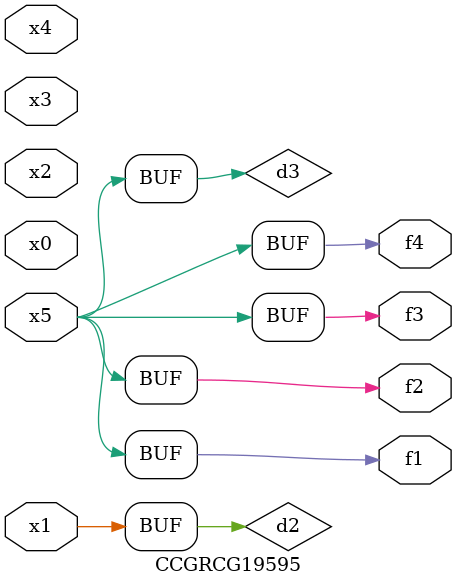
<source format=v>
module CCGRCG19595(
	input x0, x1, x2, x3, x4, x5,
	output f1, f2, f3, f4
);

	wire d1, d2, d3;

	not (d1, x5);
	or (d2, x1);
	xnor (d3, d1);
	assign f1 = d3;
	assign f2 = d3;
	assign f3 = d3;
	assign f4 = d3;
endmodule

</source>
